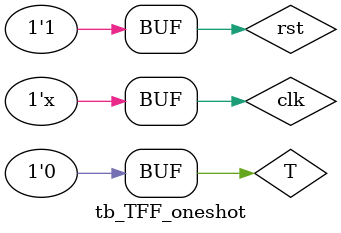
<source format=v>
`timescale 1ns / 1ps


module tb_TFF_oneshot();

reg clk, rst, T;
wire Q;

TFF_oneshot FF(.clk(clk), .rst(rst), .T(T), .Q(Q));

initial begin
    clk<=0;
    rst<=1;
    #10 rst<=0;
    #10 rst<=1;
    #10 T<=0;
    #80 T<=1;
    #100 T<=0;
    #80 T<=1;
    #100 T<=0;
    #80 T<=1;
    #100 T<=0;
end

always begin
    #5 clk<=~clk;
end

endmodule

</source>
